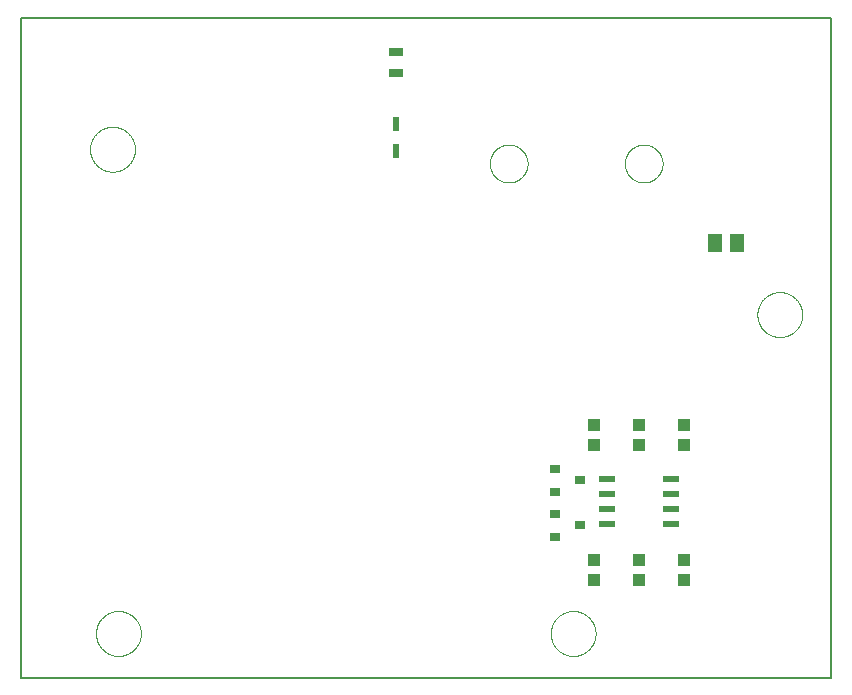
<source format=gtp>
G75*
%MOIN*%
%OFA0B0*%
%FSLAX25Y25*%
%IPPOS*%
%LPD*%
%AMOC8*
5,1,8,0,0,1.08239X$1,22.5*
%
%ADD10C,0.00600*%
%ADD11C,0.00000*%
%ADD12R,0.04724X0.03150*%
%ADD13R,0.01900X0.04600*%
%ADD14R,0.05400X0.02000*%
%ADD15R,0.03543X0.03150*%
%ADD16R,0.04331X0.03937*%
%ADD17R,0.05118X0.05906*%
D10*
X0001300Y0001300D02*
X0001300Y0221300D01*
X0271300Y0221300D01*
X0271300Y0001300D01*
X0001300Y0001300D01*
D11*
X0026222Y0015985D02*
X0026224Y0016169D01*
X0026231Y0016352D01*
X0026242Y0016535D01*
X0026258Y0016718D01*
X0026278Y0016901D01*
X0026303Y0017083D01*
X0026332Y0017264D01*
X0026366Y0017444D01*
X0026404Y0017624D01*
X0026446Y0017802D01*
X0026493Y0017980D01*
X0026544Y0018156D01*
X0026600Y0018331D01*
X0026659Y0018505D01*
X0026723Y0018677D01*
X0026791Y0018847D01*
X0026864Y0019016D01*
X0026940Y0019183D01*
X0027021Y0019348D01*
X0027105Y0019511D01*
X0027194Y0019672D01*
X0027286Y0019830D01*
X0027382Y0019987D01*
X0027483Y0020141D01*
X0027586Y0020292D01*
X0027694Y0020441D01*
X0027805Y0020587D01*
X0027920Y0020730D01*
X0028038Y0020871D01*
X0028160Y0021008D01*
X0028285Y0021143D01*
X0028413Y0021274D01*
X0028544Y0021402D01*
X0028679Y0021527D01*
X0028816Y0021649D01*
X0028957Y0021767D01*
X0029100Y0021882D01*
X0029246Y0021993D01*
X0029395Y0022101D01*
X0029546Y0022204D01*
X0029700Y0022305D01*
X0029857Y0022401D01*
X0030015Y0022493D01*
X0030176Y0022582D01*
X0030339Y0022666D01*
X0030504Y0022747D01*
X0030671Y0022823D01*
X0030840Y0022896D01*
X0031010Y0022964D01*
X0031182Y0023028D01*
X0031356Y0023087D01*
X0031531Y0023143D01*
X0031707Y0023194D01*
X0031885Y0023241D01*
X0032063Y0023283D01*
X0032243Y0023321D01*
X0032423Y0023355D01*
X0032604Y0023384D01*
X0032786Y0023409D01*
X0032969Y0023429D01*
X0033152Y0023445D01*
X0033335Y0023456D01*
X0033518Y0023463D01*
X0033702Y0023465D01*
X0033886Y0023463D01*
X0034069Y0023456D01*
X0034252Y0023445D01*
X0034435Y0023429D01*
X0034618Y0023409D01*
X0034800Y0023384D01*
X0034981Y0023355D01*
X0035161Y0023321D01*
X0035341Y0023283D01*
X0035519Y0023241D01*
X0035697Y0023194D01*
X0035873Y0023143D01*
X0036048Y0023087D01*
X0036222Y0023028D01*
X0036394Y0022964D01*
X0036564Y0022896D01*
X0036733Y0022823D01*
X0036900Y0022747D01*
X0037065Y0022666D01*
X0037228Y0022582D01*
X0037389Y0022493D01*
X0037547Y0022401D01*
X0037704Y0022305D01*
X0037858Y0022204D01*
X0038009Y0022101D01*
X0038158Y0021993D01*
X0038304Y0021882D01*
X0038447Y0021767D01*
X0038588Y0021649D01*
X0038725Y0021527D01*
X0038860Y0021402D01*
X0038991Y0021274D01*
X0039119Y0021143D01*
X0039244Y0021008D01*
X0039366Y0020871D01*
X0039484Y0020730D01*
X0039599Y0020587D01*
X0039710Y0020441D01*
X0039818Y0020292D01*
X0039921Y0020141D01*
X0040022Y0019987D01*
X0040118Y0019830D01*
X0040210Y0019672D01*
X0040299Y0019511D01*
X0040383Y0019348D01*
X0040464Y0019183D01*
X0040540Y0019016D01*
X0040613Y0018847D01*
X0040681Y0018677D01*
X0040745Y0018505D01*
X0040804Y0018331D01*
X0040860Y0018156D01*
X0040911Y0017980D01*
X0040958Y0017802D01*
X0041000Y0017624D01*
X0041038Y0017444D01*
X0041072Y0017264D01*
X0041101Y0017083D01*
X0041126Y0016901D01*
X0041146Y0016718D01*
X0041162Y0016535D01*
X0041173Y0016352D01*
X0041180Y0016169D01*
X0041182Y0015985D01*
X0041180Y0015801D01*
X0041173Y0015618D01*
X0041162Y0015435D01*
X0041146Y0015252D01*
X0041126Y0015069D01*
X0041101Y0014887D01*
X0041072Y0014706D01*
X0041038Y0014526D01*
X0041000Y0014346D01*
X0040958Y0014168D01*
X0040911Y0013990D01*
X0040860Y0013814D01*
X0040804Y0013639D01*
X0040745Y0013465D01*
X0040681Y0013293D01*
X0040613Y0013123D01*
X0040540Y0012954D01*
X0040464Y0012787D01*
X0040383Y0012622D01*
X0040299Y0012459D01*
X0040210Y0012298D01*
X0040118Y0012140D01*
X0040022Y0011983D01*
X0039921Y0011829D01*
X0039818Y0011678D01*
X0039710Y0011529D01*
X0039599Y0011383D01*
X0039484Y0011240D01*
X0039366Y0011099D01*
X0039244Y0010962D01*
X0039119Y0010827D01*
X0038991Y0010696D01*
X0038860Y0010568D01*
X0038725Y0010443D01*
X0038588Y0010321D01*
X0038447Y0010203D01*
X0038304Y0010088D01*
X0038158Y0009977D01*
X0038009Y0009869D01*
X0037858Y0009766D01*
X0037704Y0009665D01*
X0037547Y0009569D01*
X0037389Y0009477D01*
X0037228Y0009388D01*
X0037065Y0009304D01*
X0036900Y0009223D01*
X0036733Y0009147D01*
X0036564Y0009074D01*
X0036394Y0009006D01*
X0036222Y0008942D01*
X0036048Y0008883D01*
X0035873Y0008827D01*
X0035697Y0008776D01*
X0035519Y0008729D01*
X0035341Y0008687D01*
X0035161Y0008649D01*
X0034981Y0008615D01*
X0034800Y0008586D01*
X0034618Y0008561D01*
X0034435Y0008541D01*
X0034252Y0008525D01*
X0034069Y0008514D01*
X0033886Y0008507D01*
X0033702Y0008505D01*
X0033518Y0008507D01*
X0033335Y0008514D01*
X0033152Y0008525D01*
X0032969Y0008541D01*
X0032786Y0008561D01*
X0032604Y0008586D01*
X0032423Y0008615D01*
X0032243Y0008649D01*
X0032063Y0008687D01*
X0031885Y0008729D01*
X0031707Y0008776D01*
X0031531Y0008827D01*
X0031356Y0008883D01*
X0031182Y0008942D01*
X0031010Y0009006D01*
X0030840Y0009074D01*
X0030671Y0009147D01*
X0030504Y0009223D01*
X0030339Y0009304D01*
X0030176Y0009388D01*
X0030015Y0009477D01*
X0029857Y0009569D01*
X0029700Y0009665D01*
X0029546Y0009766D01*
X0029395Y0009869D01*
X0029246Y0009977D01*
X0029100Y0010088D01*
X0028957Y0010203D01*
X0028816Y0010321D01*
X0028679Y0010443D01*
X0028544Y0010568D01*
X0028413Y0010696D01*
X0028285Y0010827D01*
X0028160Y0010962D01*
X0028038Y0011099D01*
X0027920Y0011240D01*
X0027805Y0011383D01*
X0027694Y0011529D01*
X0027586Y0011678D01*
X0027483Y0011829D01*
X0027382Y0011983D01*
X0027286Y0012140D01*
X0027194Y0012298D01*
X0027105Y0012459D01*
X0027021Y0012622D01*
X0026940Y0012787D01*
X0026864Y0012954D01*
X0026791Y0013123D01*
X0026723Y0013293D01*
X0026659Y0013465D01*
X0026600Y0013639D01*
X0026544Y0013814D01*
X0026493Y0013990D01*
X0026446Y0014168D01*
X0026404Y0014346D01*
X0026366Y0014526D01*
X0026332Y0014706D01*
X0026303Y0014887D01*
X0026278Y0015069D01*
X0026258Y0015252D01*
X0026242Y0015435D01*
X0026231Y0015618D01*
X0026224Y0015801D01*
X0026222Y0015985D01*
X0177796Y0015985D02*
X0177798Y0016169D01*
X0177805Y0016352D01*
X0177816Y0016535D01*
X0177832Y0016718D01*
X0177852Y0016901D01*
X0177877Y0017083D01*
X0177906Y0017264D01*
X0177940Y0017444D01*
X0177978Y0017624D01*
X0178020Y0017802D01*
X0178067Y0017980D01*
X0178118Y0018156D01*
X0178174Y0018331D01*
X0178233Y0018505D01*
X0178297Y0018677D01*
X0178365Y0018847D01*
X0178438Y0019016D01*
X0178514Y0019183D01*
X0178595Y0019348D01*
X0178679Y0019511D01*
X0178768Y0019672D01*
X0178860Y0019830D01*
X0178956Y0019987D01*
X0179057Y0020141D01*
X0179160Y0020292D01*
X0179268Y0020441D01*
X0179379Y0020587D01*
X0179494Y0020730D01*
X0179612Y0020871D01*
X0179734Y0021008D01*
X0179859Y0021143D01*
X0179987Y0021274D01*
X0180118Y0021402D01*
X0180253Y0021527D01*
X0180390Y0021649D01*
X0180531Y0021767D01*
X0180674Y0021882D01*
X0180820Y0021993D01*
X0180969Y0022101D01*
X0181120Y0022204D01*
X0181274Y0022305D01*
X0181431Y0022401D01*
X0181589Y0022493D01*
X0181750Y0022582D01*
X0181913Y0022666D01*
X0182078Y0022747D01*
X0182245Y0022823D01*
X0182414Y0022896D01*
X0182584Y0022964D01*
X0182756Y0023028D01*
X0182930Y0023087D01*
X0183105Y0023143D01*
X0183281Y0023194D01*
X0183459Y0023241D01*
X0183637Y0023283D01*
X0183817Y0023321D01*
X0183997Y0023355D01*
X0184178Y0023384D01*
X0184360Y0023409D01*
X0184543Y0023429D01*
X0184726Y0023445D01*
X0184909Y0023456D01*
X0185092Y0023463D01*
X0185276Y0023465D01*
X0185460Y0023463D01*
X0185643Y0023456D01*
X0185826Y0023445D01*
X0186009Y0023429D01*
X0186192Y0023409D01*
X0186374Y0023384D01*
X0186555Y0023355D01*
X0186735Y0023321D01*
X0186915Y0023283D01*
X0187093Y0023241D01*
X0187271Y0023194D01*
X0187447Y0023143D01*
X0187622Y0023087D01*
X0187796Y0023028D01*
X0187968Y0022964D01*
X0188138Y0022896D01*
X0188307Y0022823D01*
X0188474Y0022747D01*
X0188639Y0022666D01*
X0188802Y0022582D01*
X0188963Y0022493D01*
X0189121Y0022401D01*
X0189278Y0022305D01*
X0189432Y0022204D01*
X0189583Y0022101D01*
X0189732Y0021993D01*
X0189878Y0021882D01*
X0190021Y0021767D01*
X0190162Y0021649D01*
X0190299Y0021527D01*
X0190434Y0021402D01*
X0190565Y0021274D01*
X0190693Y0021143D01*
X0190818Y0021008D01*
X0190940Y0020871D01*
X0191058Y0020730D01*
X0191173Y0020587D01*
X0191284Y0020441D01*
X0191392Y0020292D01*
X0191495Y0020141D01*
X0191596Y0019987D01*
X0191692Y0019830D01*
X0191784Y0019672D01*
X0191873Y0019511D01*
X0191957Y0019348D01*
X0192038Y0019183D01*
X0192114Y0019016D01*
X0192187Y0018847D01*
X0192255Y0018677D01*
X0192319Y0018505D01*
X0192378Y0018331D01*
X0192434Y0018156D01*
X0192485Y0017980D01*
X0192532Y0017802D01*
X0192574Y0017624D01*
X0192612Y0017444D01*
X0192646Y0017264D01*
X0192675Y0017083D01*
X0192700Y0016901D01*
X0192720Y0016718D01*
X0192736Y0016535D01*
X0192747Y0016352D01*
X0192754Y0016169D01*
X0192756Y0015985D01*
X0192754Y0015801D01*
X0192747Y0015618D01*
X0192736Y0015435D01*
X0192720Y0015252D01*
X0192700Y0015069D01*
X0192675Y0014887D01*
X0192646Y0014706D01*
X0192612Y0014526D01*
X0192574Y0014346D01*
X0192532Y0014168D01*
X0192485Y0013990D01*
X0192434Y0013814D01*
X0192378Y0013639D01*
X0192319Y0013465D01*
X0192255Y0013293D01*
X0192187Y0013123D01*
X0192114Y0012954D01*
X0192038Y0012787D01*
X0191957Y0012622D01*
X0191873Y0012459D01*
X0191784Y0012298D01*
X0191692Y0012140D01*
X0191596Y0011983D01*
X0191495Y0011829D01*
X0191392Y0011678D01*
X0191284Y0011529D01*
X0191173Y0011383D01*
X0191058Y0011240D01*
X0190940Y0011099D01*
X0190818Y0010962D01*
X0190693Y0010827D01*
X0190565Y0010696D01*
X0190434Y0010568D01*
X0190299Y0010443D01*
X0190162Y0010321D01*
X0190021Y0010203D01*
X0189878Y0010088D01*
X0189732Y0009977D01*
X0189583Y0009869D01*
X0189432Y0009766D01*
X0189278Y0009665D01*
X0189121Y0009569D01*
X0188963Y0009477D01*
X0188802Y0009388D01*
X0188639Y0009304D01*
X0188474Y0009223D01*
X0188307Y0009147D01*
X0188138Y0009074D01*
X0187968Y0009006D01*
X0187796Y0008942D01*
X0187622Y0008883D01*
X0187447Y0008827D01*
X0187271Y0008776D01*
X0187093Y0008729D01*
X0186915Y0008687D01*
X0186735Y0008649D01*
X0186555Y0008615D01*
X0186374Y0008586D01*
X0186192Y0008561D01*
X0186009Y0008541D01*
X0185826Y0008525D01*
X0185643Y0008514D01*
X0185460Y0008507D01*
X0185276Y0008505D01*
X0185092Y0008507D01*
X0184909Y0008514D01*
X0184726Y0008525D01*
X0184543Y0008541D01*
X0184360Y0008561D01*
X0184178Y0008586D01*
X0183997Y0008615D01*
X0183817Y0008649D01*
X0183637Y0008687D01*
X0183459Y0008729D01*
X0183281Y0008776D01*
X0183105Y0008827D01*
X0182930Y0008883D01*
X0182756Y0008942D01*
X0182584Y0009006D01*
X0182414Y0009074D01*
X0182245Y0009147D01*
X0182078Y0009223D01*
X0181913Y0009304D01*
X0181750Y0009388D01*
X0181589Y0009477D01*
X0181431Y0009569D01*
X0181274Y0009665D01*
X0181120Y0009766D01*
X0180969Y0009869D01*
X0180820Y0009977D01*
X0180674Y0010088D01*
X0180531Y0010203D01*
X0180390Y0010321D01*
X0180253Y0010443D01*
X0180118Y0010568D01*
X0179987Y0010696D01*
X0179859Y0010827D01*
X0179734Y0010962D01*
X0179612Y0011099D01*
X0179494Y0011240D01*
X0179379Y0011383D01*
X0179268Y0011529D01*
X0179160Y0011678D01*
X0179057Y0011829D01*
X0178956Y0011983D01*
X0178860Y0012140D01*
X0178768Y0012298D01*
X0178679Y0012459D01*
X0178595Y0012622D01*
X0178514Y0012787D01*
X0178438Y0012954D01*
X0178365Y0013123D01*
X0178297Y0013293D01*
X0178233Y0013465D01*
X0178174Y0013639D01*
X0178118Y0013814D01*
X0178067Y0013990D01*
X0178020Y0014168D01*
X0177978Y0014346D01*
X0177940Y0014526D01*
X0177906Y0014706D01*
X0177877Y0014887D01*
X0177852Y0015069D01*
X0177832Y0015252D01*
X0177816Y0015435D01*
X0177805Y0015618D01*
X0177798Y0015801D01*
X0177796Y0015985D01*
X0246694Y0122284D02*
X0246696Y0122468D01*
X0246703Y0122651D01*
X0246714Y0122834D01*
X0246730Y0123017D01*
X0246750Y0123200D01*
X0246775Y0123382D01*
X0246804Y0123563D01*
X0246838Y0123743D01*
X0246876Y0123923D01*
X0246918Y0124101D01*
X0246965Y0124279D01*
X0247016Y0124455D01*
X0247072Y0124630D01*
X0247131Y0124804D01*
X0247195Y0124976D01*
X0247263Y0125146D01*
X0247336Y0125315D01*
X0247412Y0125482D01*
X0247493Y0125647D01*
X0247577Y0125810D01*
X0247666Y0125971D01*
X0247758Y0126129D01*
X0247854Y0126286D01*
X0247955Y0126440D01*
X0248058Y0126591D01*
X0248166Y0126740D01*
X0248277Y0126886D01*
X0248392Y0127029D01*
X0248510Y0127170D01*
X0248632Y0127307D01*
X0248757Y0127442D01*
X0248885Y0127573D01*
X0249016Y0127701D01*
X0249151Y0127826D01*
X0249288Y0127948D01*
X0249429Y0128066D01*
X0249572Y0128181D01*
X0249718Y0128292D01*
X0249867Y0128400D01*
X0250018Y0128503D01*
X0250172Y0128604D01*
X0250329Y0128700D01*
X0250487Y0128792D01*
X0250648Y0128881D01*
X0250811Y0128965D01*
X0250976Y0129046D01*
X0251143Y0129122D01*
X0251312Y0129195D01*
X0251482Y0129263D01*
X0251654Y0129327D01*
X0251828Y0129386D01*
X0252003Y0129442D01*
X0252179Y0129493D01*
X0252357Y0129540D01*
X0252535Y0129582D01*
X0252715Y0129620D01*
X0252895Y0129654D01*
X0253076Y0129683D01*
X0253258Y0129708D01*
X0253441Y0129728D01*
X0253624Y0129744D01*
X0253807Y0129755D01*
X0253990Y0129762D01*
X0254174Y0129764D01*
X0254358Y0129762D01*
X0254541Y0129755D01*
X0254724Y0129744D01*
X0254907Y0129728D01*
X0255090Y0129708D01*
X0255272Y0129683D01*
X0255453Y0129654D01*
X0255633Y0129620D01*
X0255813Y0129582D01*
X0255991Y0129540D01*
X0256169Y0129493D01*
X0256345Y0129442D01*
X0256520Y0129386D01*
X0256694Y0129327D01*
X0256866Y0129263D01*
X0257036Y0129195D01*
X0257205Y0129122D01*
X0257372Y0129046D01*
X0257537Y0128965D01*
X0257700Y0128881D01*
X0257861Y0128792D01*
X0258019Y0128700D01*
X0258176Y0128604D01*
X0258330Y0128503D01*
X0258481Y0128400D01*
X0258630Y0128292D01*
X0258776Y0128181D01*
X0258919Y0128066D01*
X0259060Y0127948D01*
X0259197Y0127826D01*
X0259332Y0127701D01*
X0259463Y0127573D01*
X0259591Y0127442D01*
X0259716Y0127307D01*
X0259838Y0127170D01*
X0259956Y0127029D01*
X0260071Y0126886D01*
X0260182Y0126740D01*
X0260290Y0126591D01*
X0260393Y0126440D01*
X0260494Y0126286D01*
X0260590Y0126129D01*
X0260682Y0125971D01*
X0260771Y0125810D01*
X0260855Y0125647D01*
X0260936Y0125482D01*
X0261012Y0125315D01*
X0261085Y0125146D01*
X0261153Y0124976D01*
X0261217Y0124804D01*
X0261276Y0124630D01*
X0261332Y0124455D01*
X0261383Y0124279D01*
X0261430Y0124101D01*
X0261472Y0123923D01*
X0261510Y0123743D01*
X0261544Y0123563D01*
X0261573Y0123382D01*
X0261598Y0123200D01*
X0261618Y0123017D01*
X0261634Y0122834D01*
X0261645Y0122651D01*
X0261652Y0122468D01*
X0261654Y0122284D01*
X0261652Y0122100D01*
X0261645Y0121917D01*
X0261634Y0121734D01*
X0261618Y0121551D01*
X0261598Y0121368D01*
X0261573Y0121186D01*
X0261544Y0121005D01*
X0261510Y0120825D01*
X0261472Y0120645D01*
X0261430Y0120467D01*
X0261383Y0120289D01*
X0261332Y0120113D01*
X0261276Y0119938D01*
X0261217Y0119764D01*
X0261153Y0119592D01*
X0261085Y0119422D01*
X0261012Y0119253D01*
X0260936Y0119086D01*
X0260855Y0118921D01*
X0260771Y0118758D01*
X0260682Y0118597D01*
X0260590Y0118439D01*
X0260494Y0118282D01*
X0260393Y0118128D01*
X0260290Y0117977D01*
X0260182Y0117828D01*
X0260071Y0117682D01*
X0259956Y0117539D01*
X0259838Y0117398D01*
X0259716Y0117261D01*
X0259591Y0117126D01*
X0259463Y0116995D01*
X0259332Y0116867D01*
X0259197Y0116742D01*
X0259060Y0116620D01*
X0258919Y0116502D01*
X0258776Y0116387D01*
X0258630Y0116276D01*
X0258481Y0116168D01*
X0258330Y0116065D01*
X0258176Y0115964D01*
X0258019Y0115868D01*
X0257861Y0115776D01*
X0257700Y0115687D01*
X0257537Y0115603D01*
X0257372Y0115522D01*
X0257205Y0115446D01*
X0257036Y0115373D01*
X0256866Y0115305D01*
X0256694Y0115241D01*
X0256520Y0115182D01*
X0256345Y0115126D01*
X0256169Y0115075D01*
X0255991Y0115028D01*
X0255813Y0114986D01*
X0255633Y0114948D01*
X0255453Y0114914D01*
X0255272Y0114885D01*
X0255090Y0114860D01*
X0254907Y0114840D01*
X0254724Y0114824D01*
X0254541Y0114813D01*
X0254358Y0114806D01*
X0254174Y0114804D01*
X0253990Y0114806D01*
X0253807Y0114813D01*
X0253624Y0114824D01*
X0253441Y0114840D01*
X0253258Y0114860D01*
X0253076Y0114885D01*
X0252895Y0114914D01*
X0252715Y0114948D01*
X0252535Y0114986D01*
X0252357Y0115028D01*
X0252179Y0115075D01*
X0252003Y0115126D01*
X0251828Y0115182D01*
X0251654Y0115241D01*
X0251482Y0115305D01*
X0251312Y0115373D01*
X0251143Y0115446D01*
X0250976Y0115522D01*
X0250811Y0115603D01*
X0250648Y0115687D01*
X0250487Y0115776D01*
X0250329Y0115868D01*
X0250172Y0115964D01*
X0250018Y0116065D01*
X0249867Y0116168D01*
X0249718Y0116276D01*
X0249572Y0116387D01*
X0249429Y0116502D01*
X0249288Y0116620D01*
X0249151Y0116742D01*
X0249016Y0116867D01*
X0248885Y0116995D01*
X0248757Y0117126D01*
X0248632Y0117261D01*
X0248510Y0117398D01*
X0248392Y0117539D01*
X0248277Y0117682D01*
X0248166Y0117828D01*
X0248058Y0117977D01*
X0247955Y0118128D01*
X0247854Y0118282D01*
X0247758Y0118439D01*
X0247666Y0118597D01*
X0247577Y0118758D01*
X0247493Y0118921D01*
X0247412Y0119086D01*
X0247336Y0119253D01*
X0247263Y0119422D01*
X0247195Y0119592D01*
X0247131Y0119764D01*
X0247072Y0119938D01*
X0247016Y0120113D01*
X0246965Y0120289D01*
X0246918Y0120467D01*
X0246876Y0120645D01*
X0246838Y0120825D01*
X0246804Y0121005D01*
X0246775Y0121186D01*
X0246750Y0121368D01*
X0246730Y0121551D01*
X0246714Y0121734D01*
X0246703Y0121917D01*
X0246696Y0122100D01*
X0246694Y0122284D01*
X0202501Y0172619D02*
X0202503Y0172777D01*
X0202509Y0172935D01*
X0202519Y0173093D01*
X0202533Y0173251D01*
X0202551Y0173408D01*
X0202572Y0173565D01*
X0202598Y0173721D01*
X0202628Y0173877D01*
X0202661Y0174032D01*
X0202699Y0174185D01*
X0202740Y0174338D01*
X0202785Y0174490D01*
X0202834Y0174641D01*
X0202887Y0174790D01*
X0202943Y0174938D01*
X0203003Y0175084D01*
X0203067Y0175229D01*
X0203135Y0175372D01*
X0203206Y0175514D01*
X0203280Y0175654D01*
X0203358Y0175791D01*
X0203440Y0175927D01*
X0203524Y0176061D01*
X0203613Y0176192D01*
X0203704Y0176321D01*
X0203799Y0176448D01*
X0203896Y0176573D01*
X0203997Y0176695D01*
X0204101Y0176814D01*
X0204208Y0176931D01*
X0204318Y0177045D01*
X0204431Y0177156D01*
X0204546Y0177265D01*
X0204664Y0177370D01*
X0204785Y0177472D01*
X0204908Y0177572D01*
X0205034Y0177668D01*
X0205162Y0177761D01*
X0205292Y0177851D01*
X0205425Y0177937D01*
X0205560Y0178021D01*
X0205696Y0178100D01*
X0205835Y0178177D01*
X0205976Y0178249D01*
X0206118Y0178319D01*
X0206262Y0178384D01*
X0206408Y0178446D01*
X0206555Y0178504D01*
X0206704Y0178559D01*
X0206854Y0178610D01*
X0207005Y0178657D01*
X0207157Y0178700D01*
X0207310Y0178739D01*
X0207465Y0178775D01*
X0207620Y0178806D01*
X0207776Y0178834D01*
X0207932Y0178858D01*
X0208089Y0178878D01*
X0208247Y0178894D01*
X0208404Y0178906D01*
X0208563Y0178914D01*
X0208721Y0178918D01*
X0208879Y0178918D01*
X0209037Y0178914D01*
X0209196Y0178906D01*
X0209353Y0178894D01*
X0209511Y0178878D01*
X0209668Y0178858D01*
X0209824Y0178834D01*
X0209980Y0178806D01*
X0210135Y0178775D01*
X0210290Y0178739D01*
X0210443Y0178700D01*
X0210595Y0178657D01*
X0210746Y0178610D01*
X0210896Y0178559D01*
X0211045Y0178504D01*
X0211192Y0178446D01*
X0211338Y0178384D01*
X0211482Y0178319D01*
X0211624Y0178249D01*
X0211765Y0178177D01*
X0211904Y0178100D01*
X0212040Y0178021D01*
X0212175Y0177937D01*
X0212308Y0177851D01*
X0212438Y0177761D01*
X0212566Y0177668D01*
X0212692Y0177572D01*
X0212815Y0177472D01*
X0212936Y0177370D01*
X0213054Y0177265D01*
X0213169Y0177156D01*
X0213282Y0177045D01*
X0213392Y0176931D01*
X0213499Y0176814D01*
X0213603Y0176695D01*
X0213704Y0176573D01*
X0213801Y0176448D01*
X0213896Y0176321D01*
X0213987Y0176192D01*
X0214076Y0176061D01*
X0214160Y0175927D01*
X0214242Y0175791D01*
X0214320Y0175654D01*
X0214394Y0175514D01*
X0214465Y0175372D01*
X0214533Y0175229D01*
X0214597Y0175084D01*
X0214657Y0174938D01*
X0214713Y0174790D01*
X0214766Y0174641D01*
X0214815Y0174490D01*
X0214860Y0174338D01*
X0214901Y0174185D01*
X0214939Y0174032D01*
X0214972Y0173877D01*
X0215002Y0173721D01*
X0215028Y0173565D01*
X0215049Y0173408D01*
X0215067Y0173251D01*
X0215081Y0173093D01*
X0215091Y0172935D01*
X0215097Y0172777D01*
X0215099Y0172619D01*
X0215097Y0172461D01*
X0215091Y0172303D01*
X0215081Y0172145D01*
X0215067Y0171987D01*
X0215049Y0171830D01*
X0215028Y0171673D01*
X0215002Y0171517D01*
X0214972Y0171361D01*
X0214939Y0171206D01*
X0214901Y0171053D01*
X0214860Y0170900D01*
X0214815Y0170748D01*
X0214766Y0170597D01*
X0214713Y0170448D01*
X0214657Y0170300D01*
X0214597Y0170154D01*
X0214533Y0170009D01*
X0214465Y0169866D01*
X0214394Y0169724D01*
X0214320Y0169584D01*
X0214242Y0169447D01*
X0214160Y0169311D01*
X0214076Y0169177D01*
X0213987Y0169046D01*
X0213896Y0168917D01*
X0213801Y0168790D01*
X0213704Y0168665D01*
X0213603Y0168543D01*
X0213499Y0168424D01*
X0213392Y0168307D01*
X0213282Y0168193D01*
X0213169Y0168082D01*
X0213054Y0167973D01*
X0212936Y0167868D01*
X0212815Y0167766D01*
X0212692Y0167666D01*
X0212566Y0167570D01*
X0212438Y0167477D01*
X0212308Y0167387D01*
X0212175Y0167301D01*
X0212040Y0167217D01*
X0211904Y0167138D01*
X0211765Y0167061D01*
X0211624Y0166989D01*
X0211482Y0166919D01*
X0211338Y0166854D01*
X0211192Y0166792D01*
X0211045Y0166734D01*
X0210896Y0166679D01*
X0210746Y0166628D01*
X0210595Y0166581D01*
X0210443Y0166538D01*
X0210290Y0166499D01*
X0210135Y0166463D01*
X0209980Y0166432D01*
X0209824Y0166404D01*
X0209668Y0166380D01*
X0209511Y0166360D01*
X0209353Y0166344D01*
X0209196Y0166332D01*
X0209037Y0166324D01*
X0208879Y0166320D01*
X0208721Y0166320D01*
X0208563Y0166324D01*
X0208404Y0166332D01*
X0208247Y0166344D01*
X0208089Y0166360D01*
X0207932Y0166380D01*
X0207776Y0166404D01*
X0207620Y0166432D01*
X0207465Y0166463D01*
X0207310Y0166499D01*
X0207157Y0166538D01*
X0207005Y0166581D01*
X0206854Y0166628D01*
X0206704Y0166679D01*
X0206555Y0166734D01*
X0206408Y0166792D01*
X0206262Y0166854D01*
X0206118Y0166919D01*
X0205976Y0166989D01*
X0205835Y0167061D01*
X0205696Y0167138D01*
X0205560Y0167217D01*
X0205425Y0167301D01*
X0205292Y0167387D01*
X0205162Y0167477D01*
X0205034Y0167570D01*
X0204908Y0167666D01*
X0204785Y0167766D01*
X0204664Y0167868D01*
X0204546Y0167973D01*
X0204431Y0168082D01*
X0204318Y0168193D01*
X0204208Y0168307D01*
X0204101Y0168424D01*
X0203997Y0168543D01*
X0203896Y0168665D01*
X0203799Y0168790D01*
X0203704Y0168917D01*
X0203613Y0169046D01*
X0203524Y0169177D01*
X0203440Y0169311D01*
X0203358Y0169447D01*
X0203280Y0169584D01*
X0203206Y0169724D01*
X0203135Y0169866D01*
X0203067Y0170009D01*
X0203003Y0170154D01*
X0202943Y0170300D01*
X0202887Y0170448D01*
X0202834Y0170597D01*
X0202785Y0170748D01*
X0202740Y0170900D01*
X0202699Y0171053D01*
X0202661Y0171206D01*
X0202628Y0171361D01*
X0202598Y0171517D01*
X0202572Y0171673D01*
X0202551Y0171830D01*
X0202533Y0171987D01*
X0202519Y0172145D01*
X0202509Y0172303D01*
X0202503Y0172461D01*
X0202501Y0172619D01*
X0157501Y0172619D02*
X0157503Y0172777D01*
X0157509Y0172935D01*
X0157519Y0173093D01*
X0157533Y0173251D01*
X0157551Y0173408D01*
X0157572Y0173565D01*
X0157598Y0173721D01*
X0157628Y0173877D01*
X0157661Y0174032D01*
X0157699Y0174185D01*
X0157740Y0174338D01*
X0157785Y0174490D01*
X0157834Y0174641D01*
X0157887Y0174790D01*
X0157943Y0174938D01*
X0158003Y0175084D01*
X0158067Y0175229D01*
X0158135Y0175372D01*
X0158206Y0175514D01*
X0158280Y0175654D01*
X0158358Y0175791D01*
X0158440Y0175927D01*
X0158524Y0176061D01*
X0158613Y0176192D01*
X0158704Y0176321D01*
X0158799Y0176448D01*
X0158896Y0176573D01*
X0158997Y0176695D01*
X0159101Y0176814D01*
X0159208Y0176931D01*
X0159318Y0177045D01*
X0159431Y0177156D01*
X0159546Y0177265D01*
X0159664Y0177370D01*
X0159785Y0177472D01*
X0159908Y0177572D01*
X0160034Y0177668D01*
X0160162Y0177761D01*
X0160292Y0177851D01*
X0160425Y0177937D01*
X0160560Y0178021D01*
X0160696Y0178100D01*
X0160835Y0178177D01*
X0160976Y0178249D01*
X0161118Y0178319D01*
X0161262Y0178384D01*
X0161408Y0178446D01*
X0161555Y0178504D01*
X0161704Y0178559D01*
X0161854Y0178610D01*
X0162005Y0178657D01*
X0162157Y0178700D01*
X0162310Y0178739D01*
X0162465Y0178775D01*
X0162620Y0178806D01*
X0162776Y0178834D01*
X0162932Y0178858D01*
X0163089Y0178878D01*
X0163247Y0178894D01*
X0163404Y0178906D01*
X0163563Y0178914D01*
X0163721Y0178918D01*
X0163879Y0178918D01*
X0164037Y0178914D01*
X0164196Y0178906D01*
X0164353Y0178894D01*
X0164511Y0178878D01*
X0164668Y0178858D01*
X0164824Y0178834D01*
X0164980Y0178806D01*
X0165135Y0178775D01*
X0165290Y0178739D01*
X0165443Y0178700D01*
X0165595Y0178657D01*
X0165746Y0178610D01*
X0165896Y0178559D01*
X0166045Y0178504D01*
X0166192Y0178446D01*
X0166338Y0178384D01*
X0166482Y0178319D01*
X0166624Y0178249D01*
X0166765Y0178177D01*
X0166904Y0178100D01*
X0167040Y0178021D01*
X0167175Y0177937D01*
X0167308Y0177851D01*
X0167438Y0177761D01*
X0167566Y0177668D01*
X0167692Y0177572D01*
X0167815Y0177472D01*
X0167936Y0177370D01*
X0168054Y0177265D01*
X0168169Y0177156D01*
X0168282Y0177045D01*
X0168392Y0176931D01*
X0168499Y0176814D01*
X0168603Y0176695D01*
X0168704Y0176573D01*
X0168801Y0176448D01*
X0168896Y0176321D01*
X0168987Y0176192D01*
X0169076Y0176061D01*
X0169160Y0175927D01*
X0169242Y0175791D01*
X0169320Y0175654D01*
X0169394Y0175514D01*
X0169465Y0175372D01*
X0169533Y0175229D01*
X0169597Y0175084D01*
X0169657Y0174938D01*
X0169713Y0174790D01*
X0169766Y0174641D01*
X0169815Y0174490D01*
X0169860Y0174338D01*
X0169901Y0174185D01*
X0169939Y0174032D01*
X0169972Y0173877D01*
X0170002Y0173721D01*
X0170028Y0173565D01*
X0170049Y0173408D01*
X0170067Y0173251D01*
X0170081Y0173093D01*
X0170091Y0172935D01*
X0170097Y0172777D01*
X0170099Y0172619D01*
X0170097Y0172461D01*
X0170091Y0172303D01*
X0170081Y0172145D01*
X0170067Y0171987D01*
X0170049Y0171830D01*
X0170028Y0171673D01*
X0170002Y0171517D01*
X0169972Y0171361D01*
X0169939Y0171206D01*
X0169901Y0171053D01*
X0169860Y0170900D01*
X0169815Y0170748D01*
X0169766Y0170597D01*
X0169713Y0170448D01*
X0169657Y0170300D01*
X0169597Y0170154D01*
X0169533Y0170009D01*
X0169465Y0169866D01*
X0169394Y0169724D01*
X0169320Y0169584D01*
X0169242Y0169447D01*
X0169160Y0169311D01*
X0169076Y0169177D01*
X0168987Y0169046D01*
X0168896Y0168917D01*
X0168801Y0168790D01*
X0168704Y0168665D01*
X0168603Y0168543D01*
X0168499Y0168424D01*
X0168392Y0168307D01*
X0168282Y0168193D01*
X0168169Y0168082D01*
X0168054Y0167973D01*
X0167936Y0167868D01*
X0167815Y0167766D01*
X0167692Y0167666D01*
X0167566Y0167570D01*
X0167438Y0167477D01*
X0167308Y0167387D01*
X0167175Y0167301D01*
X0167040Y0167217D01*
X0166904Y0167138D01*
X0166765Y0167061D01*
X0166624Y0166989D01*
X0166482Y0166919D01*
X0166338Y0166854D01*
X0166192Y0166792D01*
X0166045Y0166734D01*
X0165896Y0166679D01*
X0165746Y0166628D01*
X0165595Y0166581D01*
X0165443Y0166538D01*
X0165290Y0166499D01*
X0165135Y0166463D01*
X0164980Y0166432D01*
X0164824Y0166404D01*
X0164668Y0166380D01*
X0164511Y0166360D01*
X0164353Y0166344D01*
X0164196Y0166332D01*
X0164037Y0166324D01*
X0163879Y0166320D01*
X0163721Y0166320D01*
X0163563Y0166324D01*
X0163404Y0166332D01*
X0163247Y0166344D01*
X0163089Y0166360D01*
X0162932Y0166380D01*
X0162776Y0166404D01*
X0162620Y0166432D01*
X0162465Y0166463D01*
X0162310Y0166499D01*
X0162157Y0166538D01*
X0162005Y0166581D01*
X0161854Y0166628D01*
X0161704Y0166679D01*
X0161555Y0166734D01*
X0161408Y0166792D01*
X0161262Y0166854D01*
X0161118Y0166919D01*
X0160976Y0166989D01*
X0160835Y0167061D01*
X0160696Y0167138D01*
X0160560Y0167217D01*
X0160425Y0167301D01*
X0160292Y0167387D01*
X0160162Y0167477D01*
X0160034Y0167570D01*
X0159908Y0167666D01*
X0159785Y0167766D01*
X0159664Y0167868D01*
X0159546Y0167973D01*
X0159431Y0168082D01*
X0159318Y0168193D01*
X0159208Y0168307D01*
X0159101Y0168424D01*
X0158997Y0168543D01*
X0158896Y0168665D01*
X0158799Y0168790D01*
X0158704Y0168917D01*
X0158613Y0169046D01*
X0158524Y0169177D01*
X0158440Y0169311D01*
X0158358Y0169447D01*
X0158280Y0169584D01*
X0158206Y0169724D01*
X0158135Y0169866D01*
X0158067Y0170009D01*
X0158003Y0170154D01*
X0157943Y0170300D01*
X0157887Y0170448D01*
X0157834Y0170597D01*
X0157785Y0170748D01*
X0157740Y0170900D01*
X0157699Y0171053D01*
X0157661Y0171206D01*
X0157628Y0171361D01*
X0157598Y0171517D01*
X0157572Y0171673D01*
X0157551Y0171830D01*
X0157533Y0171987D01*
X0157519Y0172145D01*
X0157509Y0172303D01*
X0157503Y0172461D01*
X0157501Y0172619D01*
X0024253Y0177402D02*
X0024255Y0177586D01*
X0024262Y0177769D01*
X0024273Y0177952D01*
X0024289Y0178135D01*
X0024309Y0178318D01*
X0024334Y0178500D01*
X0024363Y0178681D01*
X0024397Y0178861D01*
X0024435Y0179041D01*
X0024477Y0179219D01*
X0024524Y0179397D01*
X0024575Y0179573D01*
X0024631Y0179748D01*
X0024690Y0179922D01*
X0024754Y0180094D01*
X0024822Y0180264D01*
X0024895Y0180433D01*
X0024971Y0180600D01*
X0025052Y0180765D01*
X0025136Y0180928D01*
X0025225Y0181089D01*
X0025317Y0181247D01*
X0025413Y0181404D01*
X0025514Y0181558D01*
X0025617Y0181709D01*
X0025725Y0181858D01*
X0025836Y0182004D01*
X0025951Y0182147D01*
X0026069Y0182288D01*
X0026191Y0182425D01*
X0026316Y0182560D01*
X0026444Y0182691D01*
X0026575Y0182819D01*
X0026710Y0182944D01*
X0026847Y0183066D01*
X0026988Y0183184D01*
X0027131Y0183299D01*
X0027277Y0183410D01*
X0027426Y0183518D01*
X0027577Y0183621D01*
X0027731Y0183722D01*
X0027888Y0183818D01*
X0028046Y0183910D01*
X0028207Y0183999D01*
X0028370Y0184083D01*
X0028535Y0184164D01*
X0028702Y0184240D01*
X0028871Y0184313D01*
X0029041Y0184381D01*
X0029213Y0184445D01*
X0029387Y0184504D01*
X0029562Y0184560D01*
X0029738Y0184611D01*
X0029916Y0184658D01*
X0030094Y0184700D01*
X0030274Y0184738D01*
X0030454Y0184772D01*
X0030635Y0184801D01*
X0030817Y0184826D01*
X0031000Y0184846D01*
X0031183Y0184862D01*
X0031366Y0184873D01*
X0031549Y0184880D01*
X0031733Y0184882D01*
X0031917Y0184880D01*
X0032100Y0184873D01*
X0032283Y0184862D01*
X0032466Y0184846D01*
X0032649Y0184826D01*
X0032831Y0184801D01*
X0033012Y0184772D01*
X0033192Y0184738D01*
X0033372Y0184700D01*
X0033550Y0184658D01*
X0033728Y0184611D01*
X0033904Y0184560D01*
X0034079Y0184504D01*
X0034253Y0184445D01*
X0034425Y0184381D01*
X0034595Y0184313D01*
X0034764Y0184240D01*
X0034931Y0184164D01*
X0035096Y0184083D01*
X0035259Y0183999D01*
X0035420Y0183910D01*
X0035578Y0183818D01*
X0035735Y0183722D01*
X0035889Y0183621D01*
X0036040Y0183518D01*
X0036189Y0183410D01*
X0036335Y0183299D01*
X0036478Y0183184D01*
X0036619Y0183066D01*
X0036756Y0182944D01*
X0036891Y0182819D01*
X0037022Y0182691D01*
X0037150Y0182560D01*
X0037275Y0182425D01*
X0037397Y0182288D01*
X0037515Y0182147D01*
X0037630Y0182004D01*
X0037741Y0181858D01*
X0037849Y0181709D01*
X0037952Y0181558D01*
X0038053Y0181404D01*
X0038149Y0181247D01*
X0038241Y0181089D01*
X0038330Y0180928D01*
X0038414Y0180765D01*
X0038495Y0180600D01*
X0038571Y0180433D01*
X0038644Y0180264D01*
X0038712Y0180094D01*
X0038776Y0179922D01*
X0038835Y0179748D01*
X0038891Y0179573D01*
X0038942Y0179397D01*
X0038989Y0179219D01*
X0039031Y0179041D01*
X0039069Y0178861D01*
X0039103Y0178681D01*
X0039132Y0178500D01*
X0039157Y0178318D01*
X0039177Y0178135D01*
X0039193Y0177952D01*
X0039204Y0177769D01*
X0039211Y0177586D01*
X0039213Y0177402D01*
X0039211Y0177218D01*
X0039204Y0177035D01*
X0039193Y0176852D01*
X0039177Y0176669D01*
X0039157Y0176486D01*
X0039132Y0176304D01*
X0039103Y0176123D01*
X0039069Y0175943D01*
X0039031Y0175763D01*
X0038989Y0175585D01*
X0038942Y0175407D01*
X0038891Y0175231D01*
X0038835Y0175056D01*
X0038776Y0174882D01*
X0038712Y0174710D01*
X0038644Y0174540D01*
X0038571Y0174371D01*
X0038495Y0174204D01*
X0038414Y0174039D01*
X0038330Y0173876D01*
X0038241Y0173715D01*
X0038149Y0173557D01*
X0038053Y0173400D01*
X0037952Y0173246D01*
X0037849Y0173095D01*
X0037741Y0172946D01*
X0037630Y0172800D01*
X0037515Y0172657D01*
X0037397Y0172516D01*
X0037275Y0172379D01*
X0037150Y0172244D01*
X0037022Y0172113D01*
X0036891Y0171985D01*
X0036756Y0171860D01*
X0036619Y0171738D01*
X0036478Y0171620D01*
X0036335Y0171505D01*
X0036189Y0171394D01*
X0036040Y0171286D01*
X0035889Y0171183D01*
X0035735Y0171082D01*
X0035578Y0170986D01*
X0035420Y0170894D01*
X0035259Y0170805D01*
X0035096Y0170721D01*
X0034931Y0170640D01*
X0034764Y0170564D01*
X0034595Y0170491D01*
X0034425Y0170423D01*
X0034253Y0170359D01*
X0034079Y0170300D01*
X0033904Y0170244D01*
X0033728Y0170193D01*
X0033550Y0170146D01*
X0033372Y0170104D01*
X0033192Y0170066D01*
X0033012Y0170032D01*
X0032831Y0170003D01*
X0032649Y0169978D01*
X0032466Y0169958D01*
X0032283Y0169942D01*
X0032100Y0169931D01*
X0031917Y0169924D01*
X0031733Y0169922D01*
X0031549Y0169924D01*
X0031366Y0169931D01*
X0031183Y0169942D01*
X0031000Y0169958D01*
X0030817Y0169978D01*
X0030635Y0170003D01*
X0030454Y0170032D01*
X0030274Y0170066D01*
X0030094Y0170104D01*
X0029916Y0170146D01*
X0029738Y0170193D01*
X0029562Y0170244D01*
X0029387Y0170300D01*
X0029213Y0170359D01*
X0029041Y0170423D01*
X0028871Y0170491D01*
X0028702Y0170564D01*
X0028535Y0170640D01*
X0028370Y0170721D01*
X0028207Y0170805D01*
X0028046Y0170894D01*
X0027888Y0170986D01*
X0027731Y0171082D01*
X0027577Y0171183D01*
X0027426Y0171286D01*
X0027277Y0171394D01*
X0027131Y0171505D01*
X0026988Y0171620D01*
X0026847Y0171738D01*
X0026710Y0171860D01*
X0026575Y0171985D01*
X0026444Y0172113D01*
X0026316Y0172244D01*
X0026191Y0172379D01*
X0026069Y0172516D01*
X0025951Y0172657D01*
X0025836Y0172800D01*
X0025725Y0172946D01*
X0025617Y0173095D01*
X0025514Y0173246D01*
X0025413Y0173400D01*
X0025317Y0173557D01*
X0025225Y0173715D01*
X0025136Y0173876D01*
X0025052Y0174039D01*
X0024971Y0174204D01*
X0024895Y0174371D01*
X0024822Y0174540D01*
X0024754Y0174710D01*
X0024690Y0174882D01*
X0024631Y0175056D01*
X0024575Y0175231D01*
X0024524Y0175407D01*
X0024477Y0175585D01*
X0024435Y0175763D01*
X0024397Y0175943D01*
X0024363Y0176123D01*
X0024334Y0176304D01*
X0024309Y0176486D01*
X0024289Y0176669D01*
X0024273Y0176852D01*
X0024262Y0177035D01*
X0024255Y0177218D01*
X0024253Y0177402D01*
D12*
X0126300Y0202757D03*
X0126300Y0209843D03*
D13*
X0126300Y0185700D03*
X0126300Y0176900D03*
D14*
X0196506Y0067580D03*
X0196506Y0062580D03*
X0196506Y0057580D03*
X0196506Y0052580D03*
X0217906Y0052580D03*
X0217906Y0057580D03*
X0217906Y0062580D03*
X0217906Y0067580D03*
D15*
X0187442Y0067048D03*
X0179174Y0063308D03*
X0179174Y0070788D03*
X0179174Y0055788D03*
X0179174Y0048308D03*
X0187442Y0052048D03*
D16*
X0192206Y0040394D03*
X0192206Y0033702D03*
X0207206Y0033702D03*
X0207206Y0040394D03*
X0222206Y0040394D03*
X0222206Y0033702D03*
X0222206Y0078859D03*
X0222206Y0085552D03*
X0207206Y0085552D03*
X0207206Y0078859D03*
X0192206Y0078859D03*
X0192206Y0085552D03*
D17*
X0232560Y0146300D03*
X0240040Y0146300D03*
M02*

</source>
